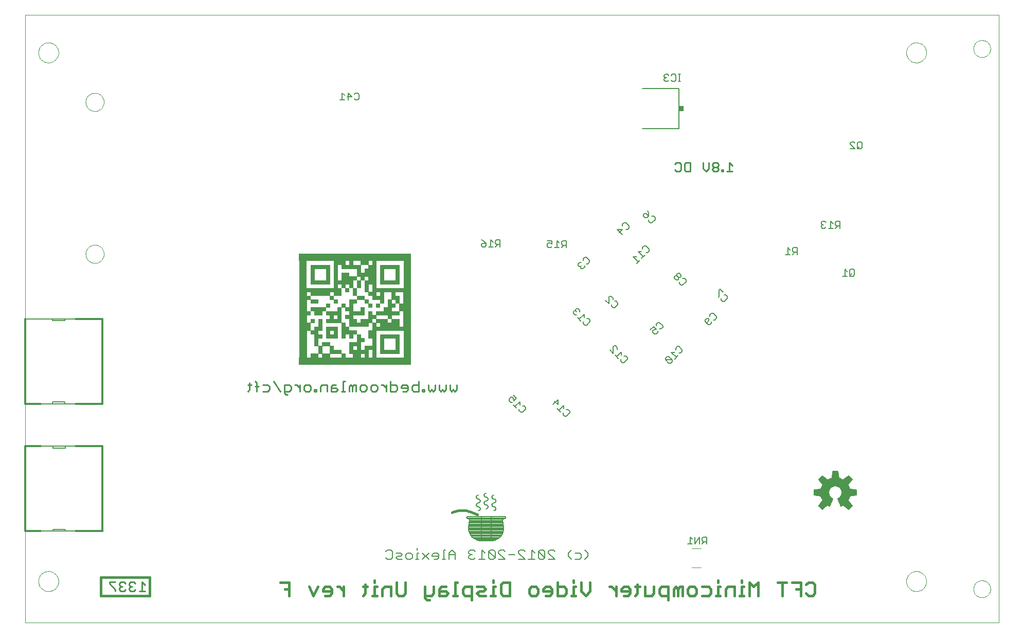
<source format=gbo>
G75*
G70*
%OFA0B0*%
%FSLAX24Y24*%
%IPPOS*%
%LPD*%
%AMOC8*
5,1,8,0,0,1.08239X$1,22.5*
%
%ADD10C,0.0110*%
%ADD11C,0.0070*%
%ADD12C,0.0160*%
%ADD13C,0.0150*%
%ADD14C,0.0120*%
%ADD15C,0.0100*%
%ADD16C,0.0050*%
%ADD17C,0.0000*%
%ADD18C,0.0080*%
%ADD19R,0.0300X0.0340*%
%ADD20C,0.0040*%
%ADD21R,0.0250X0.0250*%
%ADD22R,0.1250X0.0250*%
%ADD23R,0.0250X0.0750*%
%ADD24R,0.0500X0.6250*%
%ADD25R,0.7250X0.0500*%
%ADD26C,0.0059*%
D10*
X010687Y009475D02*
X010687Y009573D01*
X010294Y009967D01*
X010294Y010065D01*
X010687Y010065D01*
X010938Y009967D02*
X010938Y009868D01*
X011037Y009770D01*
X010938Y009671D01*
X010938Y009573D01*
X011037Y009475D01*
X011234Y009475D01*
X011332Y009573D01*
X011583Y009573D02*
X011681Y009475D01*
X011878Y009475D01*
X011977Y009573D01*
X012227Y009475D02*
X012621Y009475D01*
X012424Y009475D02*
X012424Y010065D01*
X012621Y009868D01*
X011977Y009967D02*
X011878Y010065D01*
X011681Y010065D01*
X011583Y009967D01*
X011583Y009868D01*
X011681Y009770D01*
X011583Y009671D01*
X011583Y009573D01*
X011681Y009770D02*
X011780Y009770D01*
X011332Y009967D02*
X011234Y010065D01*
X011037Y010065D01*
X010938Y009967D01*
X011037Y009770D02*
X011135Y009770D01*
X021738Y022208D02*
X021629Y022316D01*
X021629Y022858D01*
X021955Y022858D01*
X022063Y022750D01*
X022063Y022533D01*
X021955Y022425D01*
X021629Y022425D01*
X021738Y022208D02*
X021846Y022208D01*
X021363Y022425D02*
X020930Y023075D01*
X020664Y022750D02*
X020664Y022533D01*
X020555Y022425D01*
X020230Y022425D01*
X019855Y022425D02*
X019855Y022967D01*
X019747Y023075D01*
X019747Y022750D02*
X019964Y022750D01*
X020230Y022858D02*
X020555Y022858D01*
X020664Y022750D01*
X019497Y022858D02*
X019281Y022858D01*
X019389Y022967D02*
X019389Y022533D01*
X019281Y022425D01*
X022321Y022858D02*
X022429Y022858D01*
X022646Y022641D01*
X022646Y022425D02*
X022646Y022858D01*
X022912Y022750D02*
X023021Y022858D01*
X023238Y022858D01*
X023346Y022750D01*
X023346Y022533D01*
X023238Y022425D01*
X023021Y022425D01*
X022912Y022533D01*
X022912Y022750D01*
X023588Y022533D02*
X023588Y022425D01*
X023696Y022425D01*
X023696Y022533D01*
X023588Y022533D01*
X023962Y022425D02*
X023962Y022750D01*
X024070Y022858D01*
X024396Y022858D01*
X024396Y022425D01*
X024662Y022425D02*
X024987Y022425D01*
X025095Y022533D01*
X024987Y022641D01*
X024662Y022641D01*
X024662Y022750D02*
X024662Y022425D01*
X024662Y022750D02*
X024770Y022858D01*
X024987Y022858D01*
X025454Y023075D02*
X025454Y022425D01*
X025562Y022425D02*
X025345Y022425D01*
X025828Y022425D02*
X025828Y022750D01*
X025936Y022858D01*
X026045Y022750D01*
X026045Y022425D01*
X026262Y022425D02*
X026262Y022858D01*
X026153Y022858D01*
X026045Y022750D01*
X026528Y022750D02*
X026636Y022858D01*
X026853Y022858D01*
X026961Y022750D01*
X026961Y022533D01*
X026853Y022425D01*
X026636Y022425D01*
X026528Y022533D01*
X026528Y022750D01*
X027228Y022750D02*
X027336Y022858D01*
X027553Y022858D01*
X027661Y022750D01*
X027661Y022533D01*
X027553Y022425D01*
X027336Y022425D01*
X027228Y022533D01*
X027228Y022750D01*
X027919Y022858D02*
X028028Y022858D01*
X028244Y022641D01*
X028244Y022425D02*
X028244Y022858D01*
X028510Y022858D02*
X028836Y022858D01*
X028944Y022750D01*
X028944Y022533D01*
X028836Y022425D01*
X028510Y022425D01*
X028510Y023075D01*
X029210Y022750D02*
X029210Y022641D01*
X029644Y022641D01*
X029644Y022533D02*
X029644Y022750D01*
X029536Y022858D01*
X029319Y022858D01*
X029210Y022750D01*
X029319Y022425D02*
X029536Y022425D01*
X029644Y022533D01*
X029910Y022533D02*
X029910Y022750D01*
X030018Y022858D01*
X030344Y022858D01*
X030344Y023075D02*
X030344Y022425D01*
X030018Y022425D01*
X029910Y022533D01*
X030585Y022533D02*
X030585Y022425D01*
X030694Y022425D01*
X030694Y022533D01*
X030585Y022533D01*
X030960Y022533D02*
X030960Y022858D01*
X030960Y022533D02*
X031068Y022425D01*
X031176Y022533D01*
X031285Y022425D01*
X031393Y022533D01*
X031393Y022858D01*
X031659Y022858D02*
X031659Y022533D01*
X031768Y022425D01*
X031876Y022533D01*
X031985Y022425D01*
X032093Y022533D01*
X032093Y022858D01*
X032359Y022858D02*
X032359Y022533D01*
X032468Y022425D01*
X032576Y022533D01*
X032684Y022425D01*
X032793Y022533D01*
X032793Y022858D01*
X025562Y023075D02*
X025454Y023075D01*
D11*
X028322Y012160D02*
X028532Y012160D01*
X028637Y012055D01*
X028637Y011635D01*
X028532Y011530D01*
X028322Y011530D01*
X028217Y011635D01*
X028217Y012055D02*
X028322Y012160D01*
X028861Y011950D02*
X029177Y011950D01*
X029282Y011845D01*
X029177Y011740D01*
X028966Y011740D01*
X028861Y011635D01*
X028966Y011530D01*
X029282Y011530D01*
X029506Y011635D02*
X029506Y011845D01*
X029611Y011950D01*
X029821Y011950D01*
X029926Y011845D01*
X029926Y011635D01*
X029821Y011530D01*
X029611Y011530D01*
X029506Y011635D01*
X030146Y011530D02*
X030356Y011530D01*
X030251Y011530D02*
X030251Y011950D01*
X030356Y011950D01*
X030580Y011950D02*
X031000Y011530D01*
X031225Y011740D02*
X031645Y011740D01*
X031645Y011845D02*
X031540Y011950D01*
X031330Y011950D01*
X031225Y011845D01*
X031225Y011740D01*
X031330Y011530D02*
X031540Y011530D01*
X031645Y011635D01*
X031645Y011845D01*
X031864Y011530D02*
X032075Y011530D01*
X031970Y011530D02*
X031970Y012160D01*
X032075Y012160D01*
X032299Y011950D02*
X032299Y011530D01*
X032299Y011845D02*
X032719Y011845D01*
X032719Y011950D02*
X032719Y011530D01*
X032719Y011950D02*
X032509Y012160D01*
X032299Y011950D01*
X033588Y011950D02*
X033693Y011845D01*
X033588Y011740D01*
X033588Y011635D01*
X033693Y011530D01*
X033903Y011530D01*
X034008Y011635D01*
X034232Y011530D02*
X034653Y011530D01*
X034443Y011530D02*
X034443Y012160D01*
X034653Y011950D01*
X034877Y012055D02*
X035297Y011635D01*
X035192Y011530D01*
X034982Y011530D01*
X034877Y011635D01*
X034877Y012055D01*
X034982Y012160D01*
X035192Y012160D01*
X035297Y012055D01*
X035297Y011635D01*
X035521Y011530D02*
X035942Y011530D01*
X035521Y011950D01*
X035521Y012055D01*
X035627Y012160D01*
X035837Y012160D01*
X035942Y012055D01*
X036166Y011845D02*
X036586Y011845D01*
X036811Y011950D02*
X036811Y012055D01*
X036916Y012160D01*
X037126Y012160D01*
X037231Y012055D01*
X036811Y011950D02*
X037231Y011530D01*
X036811Y011530D01*
X037455Y011530D02*
X037875Y011530D01*
X037665Y011530D02*
X037665Y012160D01*
X037875Y011950D01*
X038100Y012055D02*
X038520Y011635D01*
X038415Y011530D01*
X038205Y011530D01*
X038100Y011635D01*
X038100Y012055D01*
X038205Y012160D01*
X038415Y012160D01*
X038520Y012055D01*
X038520Y011635D01*
X038744Y011530D02*
X039164Y011530D01*
X038744Y011950D01*
X038744Y012055D01*
X038849Y012160D01*
X039059Y012160D01*
X039164Y012055D01*
X040029Y011950D02*
X040029Y011740D01*
X040239Y011530D01*
X040463Y011530D02*
X040778Y011530D01*
X040883Y011635D01*
X040883Y011845D01*
X040778Y011950D01*
X040463Y011950D01*
X040239Y012160D02*
X040029Y011950D01*
X041103Y012160D02*
X041313Y011950D01*
X041313Y011740D01*
X041103Y011530D01*
X034008Y012055D02*
X033903Y012160D01*
X033693Y012160D01*
X033588Y012055D01*
X033588Y011950D01*
X033693Y011845D02*
X033798Y011845D01*
X031000Y011950D02*
X030580Y011530D01*
X030251Y012160D02*
X030251Y012265D01*
D12*
X032508Y014573D02*
X032574Y014604D01*
X032642Y014632D01*
X032711Y014656D01*
X032781Y014677D01*
X032852Y014694D01*
X032924Y014707D01*
X032996Y014717D01*
X033069Y014723D01*
X033142Y014725D01*
X033215Y014723D01*
X033288Y014718D01*
X033360Y014709D01*
X033432Y014696D01*
X033503Y014680D01*
X033574Y014660D01*
X033643Y014636D01*
X034147Y014447D01*
X012898Y010370D02*
X012898Y009170D01*
X009748Y009170D01*
X009748Y010370D01*
X012898Y010370D01*
D13*
X021388Y010045D02*
X021955Y010045D01*
X021955Y009195D01*
X021955Y009620D02*
X021672Y009620D01*
X023230Y009762D02*
X023513Y009195D01*
X023797Y009762D01*
X024150Y009620D02*
X024150Y009478D01*
X024718Y009478D01*
X024718Y009336D02*
X024718Y009620D01*
X024576Y009762D01*
X024292Y009762D01*
X024150Y009620D01*
X024292Y009195D02*
X024576Y009195D01*
X024718Y009336D01*
X025059Y009762D02*
X025201Y009762D01*
X025485Y009478D01*
X025485Y009195D02*
X025485Y009762D01*
X026736Y009762D02*
X027019Y009762D01*
X026878Y009903D02*
X026878Y009336D01*
X026736Y009195D01*
X027350Y009195D02*
X027633Y009195D01*
X027491Y009195D02*
X027491Y009762D01*
X027633Y009762D01*
X027491Y010045D02*
X027491Y010187D01*
X027987Y009620D02*
X027987Y009195D01*
X027987Y009620D02*
X028129Y009762D01*
X028554Y009762D01*
X028554Y009195D01*
X028908Y009336D02*
X029049Y009195D01*
X029333Y009195D01*
X029475Y009336D01*
X029475Y010045D01*
X028908Y010045D02*
X028908Y009336D01*
X030749Y009195D02*
X031174Y009195D01*
X031316Y009336D01*
X031316Y009762D01*
X031670Y009620D02*
X031670Y009195D01*
X032095Y009195D01*
X032237Y009336D01*
X032095Y009478D01*
X031670Y009478D01*
X031670Y009620D02*
X031812Y009762D01*
X032095Y009762D01*
X032709Y010045D02*
X032709Y009195D01*
X032851Y009195D02*
X032567Y009195D01*
X033204Y009336D02*
X033346Y009195D01*
X033772Y009195D01*
X033772Y008911D02*
X033772Y009762D01*
X033346Y009762D01*
X033204Y009620D01*
X033204Y009336D01*
X032851Y010045D02*
X032709Y010045D01*
X034125Y009762D02*
X034551Y009762D01*
X034692Y009620D01*
X034551Y009478D01*
X034267Y009478D01*
X034125Y009336D01*
X034267Y009195D01*
X034692Y009195D01*
X035023Y009195D02*
X035306Y009195D01*
X035164Y009195D02*
X035164Y009762D01*
X035306Y009762D01*
X035164Y010045D02*
X035164Y010187D01*
X035660Y009903D02*
X035660Y009336D01*
X035801Y009195D01*
X036227Y009195D01*
X036227Y010045D01*
X035801Y010045D01*
X035660Y009903D01*
X037501Y009620D02*
X037643Y009762D01*
X037927Y009762D01*
X038068Y009620D01*
X038068Y009336D01*
X037927Y009195D01*
X037643Y009195D01*
X037501Y009336D01*
X037501Y009620D01*
X038422Y009620D02*
X038422Y009478D01*
X038989Y009478D01*
X038989Y009336D02*
X038989Y009620D01*
X038847Y009762D01*
X038564Y009762D01*
X038422Y009620D01*
X038564Y009195D02*
X038847Y009195D01*
X038989Y009336D01*
X039343Y009195D02*
X039768Y009195D01*
X039910Y009336D01*
X039910Y009620D01*
X039768Y009762D01*
X039343Y009762D01*
X039343Y010045D02*
X039343Y009195D01*
X040240Y009195D02*
X040524Y009195D01*
X040382Y009195D02*
X040382Y009762D01*
X040524Y009762D01*
X040382Y010045D02*
X040382Y010187D01*
X040877Y010045D02*
X040877Y009478D01*
X041161Y009195D01*
X041444Y009478D01*
X041444Y010045D01*
X042707Y009762D02*
X042849Y009762D01*
X043132Y009478D01*
X043132Y009195D02*
X043132Y009762D01*
X043486Y009620D02*
X043486Y009478D01*
X044053Y009478D01*
X044053Y009336D02*
X044053Y009620D01*
X043911Y009762D01*
X043628Y009762D01*
X043486Y009620D01*
X043628Y009195D02*
X043911Y009195D01*
X044053Y009336D01*
X044383Y009195D02*
X044525Y009336D01*
X044525Y009903D01*
X044667Y009762D02*
X044383Y009762D01*
X045021Y009762D02*
X045021Y009195D01*
X045446Y009195D01*
X045588Y009336D01*
X045588Y009762D01*
X045941Y009620D02*
X045941Y009336D01*
X046083Y009195D01*
X046509Y009195D01*
X046509Y008911D02*
X046509Y009762D01*
X046083Y009762D01*
X045941Y009620D01*
X046862Y009620D02*
X046862Y009195D01*
X047146Y009195D02*
X047146Y009620D01*
X047004Y009762D01*
X046862Y009620D01*
X047146Y009620D02*
X047287Y009762D01*
X047429Y009762D01*
X047429Y009195D01*
X047783Y009336D02*
X047783Y009620D01*
X047925Y009762D01*
X048208Y009762D01*
X048350Y009620D01*
X048350Y009336D01*
X048208Y009195D01*
X047925Y009195D01*
X047783Y009336D01*
X048704Y009195D02*
X049129Y009195D01*
X049271Y009336D01*
X049271Y009620D01*
X049129Y009762D01*
X048704Y009762D01*
X049743Y009762D02*
X049743Y009195D01*
X049885Y009195D02*
X049601Y009195D01*
X049743Y009762D02*
X049885Y009762D01*
X049743Y010045D02*
X049743Y010187D01*
X050238Y009620D02*
X050238Y009195D01*
X050238Y009620D02*
X050380Y009762D01*
X050805Y009762D01*
X050805Y009195D01*
X051136Y009195D02*
X051419Y009195D01*
X051277Y009195D02*
X051277Y009762D01*
X051419Y009762D01*
X051277Y010045D02*
X051277Y010187D01*
X051773Y010045D02*
X051773Y009195D01*
X052340Y009195D02*
X052340Y010045D01*
X052056Y009762D01*
X051773Y010045D01*
X053614Y010045D02*
X054181Y010045D01*
X053898Y010045D02*
X053898Y009195D01*
X054819Y009620D02*
X055102Y009620D01*
X055102Y010045D02*
X054535Y010045D01*
X055102Y010045D02*
X055102Y009195D01*
X055456Y009336D02*
X055598Y009195D01*
X055881Y009195D01*
X056023Y009336D01*
X056023Y009903D01*
X055881Y010045D01*
X055598Y010045D01*
X055456Y009903D01*
X031033Y008911D02*
X030891Y008911D01*
X030749Y009053D01*
X030749Y009762D01*
D14*
X009848Y013370D02*
X008098Y013370D01*
X009848Y013370D02*
X009848Y018870D01*
X008098Y018870D01*
X005848Y018870D02*
X004848Y018870D01*
X004848Y013370D01*
X005848Y013370D01*
X005848Y021620D02*
X004848Y021620D01*
X004848Y027120D01*
X008098Y027120D02*
X009848Y027120D01*
X009848Y021620D01*
X008098Y021620D01*
D15*
X046957Y036763D02*
X047050Y036670D01*
X047237Y036670D01*
X047330Y036763D01*
X047330Y037137D01*
X047237Y037230D01*
X047050Y037230D01*
X046957Y037137D01*
X047565Y037137D02*
X047565Y036763D01*
X047658Y036670D01*
X047938Y036670D01*
X047938Y037230D01*
X047658Y037230D01*
X047565Y037137D01*
X048780Y037230D02*
X048780Y036856D01*
X048967Y036670D01*
X049154Y036856D01*
X049154Y037230D01*
X049388Y037137D02*
X049388Y037043D01*
X049481Y036950D01*
X049668Y036950D01*
X049761Y037043D01*
X049761Y037137D01*
X049668Y037230D01*
X049481Y037230D01*
X049388Y037137D01*
X049481Y036950D02*
X049388Y036856D01*
X049388Y036763D01*
X049481Y036670D01*
X049668Y036670D01*
X049761Y036763D01*
X049761Y036856D01*
X049668Y036950D01*
X049972Y036763D02*
X049972Y036670D01*
X050065Y036670D01*
X050065Y036763D01*
X049972Y036763D01*
X050299Y036670D02*
X050673Y036670D01*
X050486Y036670D02*
X050486Y037230D01*
X050673Y037043D01*
D16*
X045668Y033664D02*
X045668Y033557D01*
X045456Y033345D01*
X045350Y033345D01*
X045244Y033451D01*
X045243Y033557D01*
X045130Y033671D02*
X045024Y033671D01*
X044918Y033777D01*
X044918Y033883D01*
X044971Y033936D01*
X045077Y033936D01*
X045236Y033777D01*
X045130Y033671D01*
X045236Y033777D02*
X045236Y033989D01*
X045183Y034148D01*
X045456Y033770D02*
X045562Y033770D01*
X045668Y033664D01*
X043971Y033132D02*
X043971Y033026D01*
X043865Y032919D01*
X043759Y032919D01*
X043539Y032912D02*
X043327Y032700D01*
X043221Y032912D02*
X043539Y032912D01*
X043546Y033132D02*
X043546Y033238D01*
X043653Y033344D01*
X043759Y033344D01*
X043971Y033132D01*
X043539Y032594D02*
X043221Y032912D01*
X044577Y031462D02*
X044896Y031144D01*
X045002Y031250D02*
X044790Y031038D01*
X044676Y030924D02*
X044464Y030712D01*
X044570Y030818D02*
X044252Y031137D01*
X044464Y031137D01*
X044577Y031462D02*
X044790Y031462D01*
X044850Y031629D02*
X044850Y031735D01*
X044956Y031841D01*
X045062Y031841D01*
X045274Y031629D01*
X045274Y031522D01*
X045168Y031416D01*
X045062Y031416D01*
X046921Y029850D02*
X046921Y029744D01*
X047027Y029638D01*
X047133Y029638D01*
X047186Y029691D01*
X047186Y029797D01*
X047080Y029903D01*
X046974Y029903D01*
X046921Y029850D01*
X047080Y029903D02*
X047080Y030009D01*
X047133Y030062D01*
X047239Y030062D01*
X047345Y029956D01*
X047345Y029850D01*
X047292Y029797D01*
X047186Y029797D01*
X047458Y029737D02*
X047565Y029737D01*
X047671Y029631D01*
X047671Y029524D01*
X047458Y029312D01*
X047352Y029312D01*
X047246Y029418D01*
X047246Y029524D01*
X049816Y028996D02*
X049816Y028571D01*
X049763Y028518D01*
X049929Y028458D02*
X049929Y028352D01*
X050035Y028246D01*
X050141Y028246D01*
X050354Y028458D01*
X050354Y028564D01*
X050248Y028670D01*
X050141Y028671D01*
X050081Y028837D02*
X049869Y029049D01*
X049816Y028996D01*
X049431Y027483D02*
X049643Y027270D01*
X049643Y027164D01*
X049537Y027058D01*
X049431Y027058D01*
X049318Y026945D02*
X049318Y026839D01*
X049211Y026733D01*
X049105Y026732D01*
X048893Y026945D01*
X048893Y027051D01*
X048999Y027157D01*
X049105Y027157D01*
X049158Y027104D01*
X049158Y026998D01*
X048999Y026839D01*
X049218Y027270D02*
X049218Y027376D01*
X049325Y027483D01*
X049431Y027483D01*
X047206Y025331D02*
X047418Y025119D01*
X047418Y025012D01*
X047312Y024906D01*
X047206Y024906D01*
X047146Y024740D02*
X046933Y024528D01*
X047040Y024634D02*
X046721Y024952D01*
X046933Y024952D01*
X046994Y025119D02*
X046994Y025225D01*
X047100Y025331D01*
X047206Y025331D01*
X046555Y024680D02*
X046449Y024680D01*
X046343Y024574D01*
X046342Y024468D01*
X046767Y024467D01*
X046767Y024361D01*
X046661Y024255D01*
X046555Y024255D01*
X046342Y024468D01*
X046555Y024680D02*
X046767Y024467D01*
X045729Y026141D02*
X045835Y026247D01*
X045835Y026353D01*
X045729Y026459D02*
X045569Y026406D01*
X045516Y026353D01*
X045516Y026247D01*
X045622Y026141D01*
X045729Y026141D01*
X045729Y026459D02*
X045569Y026618D01*
X045357Y026406D01*
X045736Y026678D02*
X045736Y026785D01*
X045842Y026891D01*
X045948Y026891D01*
X046160Y026678D01*
X046160Y026572D01*
X046054Y026466D01*
X045948Y026466D01*
X043870Y024605D02*
X043870Y024499D01*
X043658Y024287D01*
X043552Y024287D01*
X043445Y024393D01*
X043445Y024499D01*
X043279Y024559D02*
X043067Y024771D01*
X043173Y024665D02*
X043491Y024984D01*
X043491Y024771D01*
X043658Y024711D02*
X043764Y024711D01*
X043870Y024605D01*
X043219Y025150D02*
X043219Y025256D01*
X043113Y025362D01*
X043007Y025362D01*
X042954Y025309D01*
X042954Y024885D01*
X042741Y025097D01*
X041226Y026719D02*
X041120Y026719D01*
X041013Y026825D01*
X041013Y026931D01*
X040847Y026991D02*
X040635Y027203D01*
X040741Y027097D02*
X041059Y027416D01*
X041059Y027203D01*
X041226Y027143D02*
X041332Y027143D01*
X041438Y027037D01*
X041438Y026931D01*
X041226Y026719D01*
X040575Y027370D02*
X040469Y027370D01*
X040362Y027476D01*
X040362Y027582D01*
X040415Y027635D01*
X040522Y027635D01*
X040575Y027582D01*
X040522Y027635D02*
X040522Y027741D01*
X040575Y027794D01*
X040681Y027794D01*
X040787Y027688D01*
X040787Y027582D01*
X042452Y028327D02*
X042664Y028115D01*
X042664Y028540D01*
X042717Y028593D01*
X042823Y028593D01*
X042929Y028487D01*
X042929Y028380D01*
X043043Y028267D02*
X043149Y028267D01*
X043255Y028161D01*
X043255Y028055D01*
X043042Y027843D01*
X042936Y027843D01*
X042830Y027949D01*
X042830Y028055D01*
X040991Y030369D02*
X041097Y030475D01*
X041097Y030581D01*
X041210Y030694D02*
X041317Y030695D01*
X041423Y030801D01*
X041423Y030907D01*
X041210Y031119D01*
X041104Y031119D01*
X040998Y031013D01*
X040998Y030907D01*
X040885Y030794D02*
X040779Y030794D01*
X040673Y030687D01*
X040673Y030581D01*
X040726Y030528D01*
X040832Y030528D01*
X040832Y030422D01*
X040885Y030369D01*
X040991Y030369D01*
X040832Y030528D02*
X040885Y030581D01*
X039904Y031745D02*
X039904Y032195D01*
X039679Y032195D01*
X039604Y032120D01*
X039604Y031970D01*
X039679Y031895D01*
X039904Y031895D01*
X039754Y031895D02*
X039604Y031745D01*
X039444Y031745D02*
X039143Y031745D01*
X039294Y031745D02*
X039294Y032195D01*
X039444Y032045D01*
X038983Y031970D02*
X038833Y032045D01*
X038758Y032045D01*
X038683Y031970D01*
X038683Y031820D01*
X038758Y031745D01*
X038908Y031745D01*
X038983Y031820D01*
X038983Y031970D02*
X038983Y032195D01*
X038683Y032195D01*
X035623Y032245D02*
X035623Y031795D01*
X035623Y031945D02*
X035398Y031945D01*
X035323Y032020D01*
X035323Y032170D01*
X035398Y032245D01*
X035623Y032245D01*
X035473Y031945D02*
X035323Y031795D01*
X035163Y031795D02*
X034862Y031795D01*
X035012Y031795D02*
X035012Y032245D01*
X035163Y032095D01*
X034702Y032020D02*
X034702Y031870D01*
X034627Y031795D01*
X034477Y031795D01*
X034402Y031870D01*
X034402Y031945D01*
X034477Y032020D01*
X034702Y032020D01*
X034552Y032170D01*
X034402Y032245D01*
X026385Y041300D02*
X026235Y041300D01*
X026160Y041375D01*
X026000Y041525D02*
X025700Y041525D01*
X025540Y041600D02*
X025389Y041750D01*
X025389Y041300D01*
X025239Y041300D02*
X025540Y041300D01*
X025775Y041300D02*
X025775Y041750D01*
X026000Y041525D01*
X026160Y041675D02*
X026235Y041750D01*
X026385Y041750D01*
X026460Y041675D01*
X026460Y041375D01*
X026385Y041300D01*
X009872Y027125D02*
X007412Y027125D01*
X007412Y027007D01*
X006624Y027007D01*
X006624Y027125D01*
X004853Y027125D01*
X006624Y027125D02*
X007412Y027125D01*
X007412Y021732D02*
X006624Y021732D01*
X006624Y021614D01*
X009892Y021614D01*
X007412Y021633D02*
X007412Y021732D01*
X006624Y021614D02*
X004853Y021614D01*
X004872Y018875D02*
X006644Y018875D01*
X006644Y018757D01*
X007432Y018757D01*
X007432Y018875D01*
X006644Y018875D01*
X007432Y018875D02*
X009892Y018875D01*
X009912Y013364D02*
X006644Y013364D01*
X006644Y013482D01*
X007432Y013482D01*
X007432Y013383D01*
X006644Y013364D02*
X004872Y013364D01*
X034210Y014698D02*
X034231Y014700D01*
X034251Y014705D01*
X034270Y014713D01*
X034287Y014725D01*
X034303Y014739D01*
X034315Y014755D01*
X034325Y014773D01*
X034332Y014793D01*
X034336Y014814D01*
X034336Y014834D01*
X034332Y014855D01*
X034325Y014875D01*
X034315Y014893D01*
X034303Y014909D01*
X034287Y014923D01*
X034270Y014935D01*
X034251Y014943D01*
X034231Y014948D01*
X034210Y014950D01*
X034189Y014952D01*
X034169Y014957D01*
X034150Y014965D01*
X034133Y014977D01*
X034117Y014991D01*
X034105Y015007D01*
X034095Y015025D01*
X034088Y015045D01*
X034084Y015066D01*
X034084Y015086D01*
X034088Y015107D01*
X034095Y015127D01*
X034105Y015145D01*
X034117Y015161D01*
X034133Y015175D01*
X034150Y015187D01*
X034169Y015195D01*
X034189Y015200D01*
X034210Y015202D01*
X034210Y015203D02*
X034231Y015205D01*
X034251Y015210D01*
X034270Y015218D01*
X034287Y015230D01*
X034303Y015244D01*
X034315Y015260D01*
X034325Y015278D01*
X034332Y015298D01*
X034336Y015319D01*
X034336Y015339D01*
X034332Y015360D01*
X034325Y015380D01*
X034315Y015398D01*
X034303Y015414D01*
X034287Y015428D01*
X034270Y015440D01*
X034251Y015448D01*
X034231Y015453D01*
X034210Y015455D01*
X034210Y015454D02*
X034189Y015456D01*
X034169Y015461D01*
X034150Y015469D01*
X034133Y015481D01*
X034117Y015495D01*
X034105Y015511D01*
X034095Y015529D01*
X034088Y015549D01*
X034084Y015570D01*
X034084Y015590D01*
X034088Y015611D01*
X034095Y015631D01*
X034105Y015649D01*
X034117Y015665D01*
X034133Y015679D01*
X034150Y015691D01*
X034169Y015699D01*
X034189Y015704D01*
X034210Y015706D01*
X034714Y015832D02*
X034693Y015830D01*
X034673Y015825D01*
X034654Y015817D01*
X034637Y015805D01*
X034621Y015791D01*
X034609Y015775D01*
X034599Y015757D01*
X034592Y015737D01*
X034588Y015716D01*
X034588Y015696D01*
X034592Y015675D01*
X034599Y015655D01*
X034609Y015637D01*
X034621Y015621D01*
X034637Y015607D01*
X034654Y015595D01*
X034673Y015587D01*
X034693Y015582D01*
X034714Y015580D01*
X034735Y015578D01*
X034755Y015573D01*
X034774Y015565D01*
X034791Y015553D01*
X034807Y015539D01*
X034819Y015523D01*
X034829Y015505D01*
X034836Y015485D01*
X034840Y015464D01*
X034840Y015444D01*
X034836Y015423D01*
X034829Y015403D01*
X034819Y015385D01*
X034807Y015369D01*
X034791Y015355D01*
X034774Y015343D01*
X034755Y015335D01*
X034735Y015330D01*
X034714Y015328D01*
X034693Y015326D01*
X034673Y015321D01*
X034654Y015313D01*
X034637Y015301D01*
X034621Y015287D01*
X034609Y015271D01*
X034599Y015253D01*
X034592Y015233D01*
X034588Y015212D01*
X034588Y015192D01*
X034592Y015171D01*
X034599Y015151D01*
X034609Y015133D01*
X034621Y015117D01*
X034637Y015103D01*
X034654Y015091D01*
X034673Y015083D01*
X034693Y015078D01*
X034714Y015076D01*
X034735Y015074D01*
X034755Y015069D01*
X034774Y015061D01*
X034791Y015049D01*
X034807Y015035D01*
X034819Y015019D01*
X034829Y015001D01*
X034836Y014981D01*
X034840Y014960D01*
X034840Y014940D01*
X034836Y014919D01*
X034829Y014899D01*
X034819Y014881D01*
X034807Y014865D01*
X034791Y014851D01*
X034774Y014839D01*
X034755Y014831D01*
X034735Y014826D01*
X034714Y014824D01*
X035218Y014698D02*
X035239Y014700D01*
X035259Y014705D01*
X035278Y014713D01*
X035295Y014725D01*
X035311Y014739D01*
X035323Y014755D01*
X035333Y014773D01*
X035340Y014793D01*
X035344Y014814D01*
X035344Y014834D01*
X035340Y014855D01*
X035333Y014875D01*
X035323Y014893D01*
X035311Y014909D01*
X035295Y014923D01*
X035278Y014935D01*
X035259Y014943D01*
X035239Y014948D01*
X035218Y014950D01*
X035197Y014952D01*
X035177Y014957D01*
X035158Y014965D01*
X035141Y014977D01*
X035125Y014991D01*
X035113Y015007D01*
X035103Y015025D01*
X035096Y015045D01*
X035092Y015066D01*
X035092Y015086D01*
X035096Y015107D01*
X035103Y015127D01*
X035113Y015145D01*
X035125Y015161D01*
X035141Y015175D01*
X035158Y015187D01*
X035177Y015195D01*
X035197Y015200D01*
X035218Y015202D01*
X035218Y015203D02*
X035239Y015205D01*
X035259Y015210D01*
X035278Y015218D01*
X035295Y015230D01*
X035311Y015244D01*
X035323Y015260D01*
X035333Y015278D01*
X035340Y015298D01*
X035344Y015319D01*
X035344Y015339D01*
X035340Y015360D01*
X035333Y015380D01*
X035323Y015398D01*
X035311Y015414D01*
X035295Y015428D01*
X035278Y015440D01*
X035259Y015448D01*
X035239Y015453D01*
X035218Y015455D01*
X035218Y015454D02*
X035197Y015456D01*
X035177Y015461D01*
X035158Y015469D01*
X035141Y015481D01*
X035125Y015495D01*
X035113Y015511D01*
X035103Y015529D01*
X035096Y015549D01*
X035092Y015570D01*
X035092Y015590D01*
X035096Y015611D01*
X035103Y015631D01*
X035113Y015649D01*
X035125Y015665D01*
X035141Y015679D01*
X035158Y015691D01*
X035177Y015699D01*
X035197Y015704D01*
X035218Y015706D01*
X035029Y014321D02*
X035911Y014321D01*
X035974Y014258D02*
X035972Y014244D01*
X035968Y014231D01*
X035960Y014219D01*
X035950Y014209D01*
X035938Y014201D01*
X035925Y014197D01*
X035911Y014195D01*
X035974Y014258D02*
X035972Y014272D01*
X035968Y014285D01*
X035960Y014297D01*
X035950Y014307D01*
X035938Y014315D01*
X035925Y014319D01*
X035911Y014321D01*
X035911Y014195D02*
X035891Y014193D01*
X035872Y014189D01*
X035854Y014181D01*
X035837Y014171D01*
X035822Y014158D01*
X035809Y014143D01*
X035799Y014126D01*
X035791Y014108D01*
X035787Y014089D01*
X035785Y014069D01*
X035785Y014069D01*
X035848Y013627D01*
X035848Y013564D01*
X035846Y013508D01*
X035840Y013452D01*
X035831Y013397D01*
X035818Y013343D01*
X035801Y013290D01*
X035780Y013238D01*
X035756Y013187D01*
X035729Y013138D01*
X035698Y013092D01*
X035664Y013047D01*
X035628Y013005D01*
X035588Y012965D01*
X035546Y012929D01*
X035501Y012895D01*
X035455Y012864D01*
X035406Y012837D01*
X035355Y012813D01*
X035303Y012792D01*
X035250Y012775D01*
X035196Y012762D01*
X035141Y012753D01*
X035085Y012747D01*
X035029Y012745D01*
X035029Y012746D02*
X035029Y014321D01*
X036962Y021062D02*
X036856Y021168D01*
X036856Y021274D01*
X036689Y021335D02*
X036477Y021547D01*
X036583Y021441D02*
X036902Y021759D01*
X036902Y021547D01*
X037068Y021487D02*
X037174Y021487D01*
X037280Y021381D01*
X037280Y021274D01*
X037068Y021062D01*
X036962Y021062D01*
X036417Y021713D02*
X036311Y021713D01*
X036205Y021819D01*
X036205Y021926D01*
X036311Y022032D01*
X036417Y022032D01*
X036470Y021979D01*
X036523Y021819D01*
X036682Y021979D01*
X036470Y022191D01*
X039051Y021577D02*
X039369Y021895D01*
X039369Y021577D01*
X039157Y021789D01*
X039323Y021305D02*
X039536Y021092D01*
X039429Y021198D02*
X039748Y021517D01*
X039748Y021305D01*
X039914Y021244D02*
X040020Y021244D01*
X040126Y021138D01*
X040126Y021032D01*
X039914Y020820D01*
X039808Y020820D01*
X039702Y020926D01*
X039702Y021032D01*
X047933Y012995D02*
X047933Y012545D01*
X048083Y012545D02*
X047783Y012545D01*
X048083Y012845D02*
X047933Y012995D01*
X048243Y012995D02*
X048243Y012545D01*
X048544Y012995D01*
X048544Y012545D01*
X048704Y012545D02*
X048854Y012695D01*
X048779Y012695D02*
X049004Y012695D01*
X049004Y012545D02*
X049004Y012995D01*
X048779Y012995D01*
X048704Y012920D01*
X048704Y012770D01*
X048779Y012695D01*
X057812Y029895D02*
X058113Y029895D01*
X057962Y029895D02*
X057962Y030345D01*
X058113Y030195D01*
X058273Y030270D02*
X058273Y029970D01*
X058348Y029895D01*
X058498Y029895D01*
X058573Y029970D01*
X058573Y030270D01*
X058498Y030345D01*
X058348Y030345D01*
X058273Y030270D01*
X058423Y030045D02*
X058273Y029895D01*
X057654Y032995D02*
X057654Y033445D01*
X057429Y033445D01*
X057354Y033370D01*
X057354Y033220D01*
X057429Y033145D01*
X057654Y033145D01*
X057504Y033145D02*
X057354Y032995D01*
X057194Y032995D02*
X056893Y032995D01*
X057044Y032995D02*
X057044Y033445D01*
X057194Y033295D01*
X056733Y033370D02*
X056658Y033445D01*
X056508Y033445D01*
X056433Y033370D01*
X056433Y033295D01*
X056508Y033220D01*
X056433Y033145D01*
X056433Y033070D01*
X056508Y032995D01*
X056658Y032995D01*
X056733Y033070D01*
X056583Y033220D02*
X056508Y033220D01*
X054873Y031745D02*
X054648Y031745D01*
X054573Y031670D01*
X054573Y031520D01*
X054648Y031445D01*
X054873Y031445D01*
X054723Y031445D02*
X054573Y031295D01*
X054413Y031295D02*
X054112Y031295D01*
X054262Y031295D02*
X054262Y031745D01*
X054413Y031595D01*
X054873Y031745D02*
X054873Y031295D01*
X058312Y038145D02*
X058613Y038145D01*
X058312Y038445D01*
X058312Y038520D01*
X058387Y038595D01*
X058537Y038595D01*
X058613Y038520D01*
X058773Y038520D02*
X058773Y038220D01*
X058848Y038145D01*
X058998Y038145D01*
X059073Y038220D01*
X059073Y038520D01*
X058998Y038595D01*
X058848Y038595D01*
X058773Y038520D01*
X058923Y038295D02*
X058773Y038145D01*
X047323Y042520D02*
X047173Y042520D01*
X047248Y042520D02*
X047248Y042970D01*
X047323Y042970D02*
X047173Y042970D01*
X047016Y042895D02*
X047016Y042595D01*
X046941Y042520D01*
X046791Y042520D01*
X046716Y042595D01*
X046556Y042595D02*
X046481Y042520D01*
X046330Y042520D01*
X046255Y042595D01*
X046255Y042670D01*
X046330Y042745D01*
X046406Y042745D01*
X046330Y042745D02*
X046255Y042820D01*
X046255Y042895D01*
X046330Y042970D01*
X046481Y042970D01*
X046556Y042895D01*
X046716Y042895D02*
X046791Y042970D01*
X046941Y042970D01*
X047016Y042895D01*
D17*
X004848Y046810D02*
X004848Y007430D01*
X067948Y007430D01*
X067948Y046810D01*
X004848Y046810D01*
X005698Y044370D02*
X005700Y044420D01*
X005706Y044470D01*
X005716Y044520D01*
X005729Y044568D01*
X005746Y044616D01*
X005767Y044662D01*
X005791Y044706D01*
X005819Y044748D01*
X005850Y044788D01*
X005884Y044825D01*
X005921Y044860D01*
X005960Y044891D01*
X006001Y044920D01*
X006045Y044945D01*
X006091Y044967D01*
X006138Y044985D01*
X006186Y044999D01*
X006235Y045010D01*
X006285Y045017D01*
X006335Y045020D01*
X006386Y045019D01*
X006436Y045014D01*
X006486Y045005D01*
X006534Y044993D01*
X006582Y044976D01*
X006628Y044956D01*
X006673Y044933D01*
X006716Y044906D01*
X006756Y044876D01*
X006794Y044843D01*
X006829Y044807D01*
X006862Y044768D01*
X006891Y044727D01*
X006917Y044684D01*
X006940Y044639D01*
X006959Y044592D01*
X006974Y044544D01*
X006986Y044495D01*
X006994Y044445D01*
X006998Y044395D01*
X006998Y044345D01*
X006994Y044295D01*
X006986Y044245D01*
X006974Y044196D01*
X006959Y044148D01*
X006940Y044101D01*
X006917Y044056D01*
X006891Y044013D01*
X006862Y043972D01*
X006829Y043933D01*
X006794Y043897D01*
X006756Y043864D01*
X006716Y043834D01*
X006673Y043807D01*
X006628Y043784D01*
X006582Y043764D01*
X006534Y043747D01*
X006486Y043735D01*
X006436Y043726D01*
X006386Y043721D01*
X006335Y043720D01*
X006285Y043723D01*
X006235Y043730D01*
X006186Y043741D01*
X006138Y043755D01*
X006091Y043773D01*
X006045Y043795D01*
X006001Y043820D01*
X005960Y043849D01*
X005921Y043880D01*
X005884Y043915D01*
X005850Y043952D01*
X005819Y043992D01*
X005791Y044034D01*
X005767Y044078D01*
X005746Y044124D01*
X005729Y044172D01*
X005716Y044220D01*
X005706Y044270D01*
X005700Y044320D01*
X005698Y044370D01*
X008757Y041166D02*
X008759Y041214D01*
X008765Y041262D01*
X008775Y041309D01*
X008788Y041355D01*
X008806Y041400D01*
X008826Y041444D01*
X008851Y041486D01*
X008879Y041525D01*
X008909Y041562D01*
X008943Y041596D01*
X008980Y041628D01*
X009018Y041657D01*
X009059Y041682D01*
X009102Y041704D01*
X009147Y041722D01*
X009193Y041736D01*
X009240Y041747D01*
X009288Y041754D01*
X009336Y041757D01*
X009384Y041756D01*
X009432Y041751D01*
X009480Y041742D01*
X009526Y041730D01*
X009571Y041713D01*
X009615Y041693D01*
X009657Y041670D01*
X009697Y041643D01*
X009735Y041613D01*
X009770Y041580D01*
X009802Y041544D01*
X009832Y041506D01*
X009858Y041465D01*
X009880Y041422D01*
X009900Y041378D01*
X009915Y041333D01*
X009927Y041286D01*
X009935Y041238D01*
X009939Y041190D01*
X009939Y041142D01*
X009935Y041094D01*
X009927Y041046D01*
X009915Y040999D01*
X009900Y040954D01*
X009880Y040910D01*
X009858Y040867D01*
X009832Y040826D01*
X009802Y040788D01*
X009770Y040752D01*
X009735Y040719D01*
X009697Y040689D01*
X009657Y040662D01*
X009615Y040639D01*
X009571Y040619D01*
X009526Y040602D01*
X009480Y040590D01*
X009432Y040581D01*
X009384Y040576D01*
X009336Y040575D01*
X009288Y040578D01*
X009240Y040585D01*
X009193Y040596D01*
X009147Y040610D01*
X009102Y040628D01*
X009059Y040650D01*
X009018Y040675D01*
X008980Y040704D01*
X008943Y040736D01*
X008909Y040770D01*
X008879Y040807D01*
X008851Y040846D01*
X008826Y040888D01*
X008806Y040932D01*
X008788Y040977D01*
X008775Y041023D01*
X008765Y041070D01*
X008759Y041118D01*
X008757Y041166D01*
X008757Y031323D02*
X008759Y031371D01*
X008765Y031419D01*
X008775Y031466D01*
X008788Y031512D01*
X008806Y031557D01*
X008826Y031601D01*
X008851Y031643D01*
X008879Y031682D01*
X008909Y031719D01*
X008943Y031753D01*
X008980Y031785D01*
X009018Y031814D01*
X009059Y031839D01*
X009102Y031861D01*
X009147Y031879D01*
X009193Y031893D01*
X009240Y031904D01*
X009288Y031911D01*
X009336Y031914D01*
X009384Y031913D01*
X009432Y031908D01*
X009480Y031899D01*
X009526Y031887D01*
X009571Y031870D01*
X009615Y031850D01*
X009657Y031827D01*
X009697Y031800D01*
X009735Y031770D01*
X009770Y031737D01*
X009802Y031701D01*
X009832Y031663D01*
X009858Y031622D01*
X009880Y031579D01*
X009900Y031535D01*
X009915Y031490D01*
X009927Y031443D01*
X009935Y031395D01*
X009939Y031347D01*
X009939Y031299D01*
X009935Y031251D01*
X009927Y031203D01*
X009915Y031156D01*
X009900Y031111D01*
X009880Y031067D01*
X009858Y031024D01*
X009832Y030983D01*
X009802Y030945D01*
X009770Y030909D01*
X009735Y030876D01*
X009697Y030846D01*
X009657Y030819D01*
X009615Y030796D01*
X009571Y030776D01*
X009526Y030759D01*
X009480Y030747D01*
X009432Y030738D01*
X009384Y030733D01*
X009336Y030732D01*
X009288Y030735D01*
X009240Y030742D01*
X009193Y030753D01*
X009147Y030767D01*
X009102Y030785D01*
X009059Y030807D01*
X009018Y030832D01*
X008980Y030861D01*
X008943Y030893D01*
X008909Y030927D01*
X008879Y030964D01*
X008851Y031003D01*
X008826Y031045D01*
X008806Y031089D01*
X008788Y031134D01*
X008775Y031180D01*
X008765Y031227D01*
X008759Y031275D01*
X008757Y031323D01*
X005698Y010120D02*
X005700Y010170D01*
X005706Y010220D01*
X005716Y010270D01*
X005729Y010318D01*
X005746Y010366D01*
X005767Y010412D01*
X005791Y010456D01*
X005819Y010498D01*
X005850Y010538D01*
X005884Y010575D01*
X005921Y010610D01*
X005960Y010641D01*
X006001Y010670D01*
X006045Y010695D01*
X006091Y010717D01*
X006138Y010735D01*
X006186Y010749D01*
X006235Y010760D01*
X006285Y010767D01*
X006335Y010770D01*
X006386Y010769D01*
X006436Y010764D01*
X006486Y010755D01*
X006534Y010743D01*
X006582Y010726D01*
X006628Y010706D01*
X006673Y010683D01*
X006716Y010656D01*
X006756Y010626D01*
X006794Y010593D01*
X006829Y010557D01*
X006862Y010518D01*
X006891Y010477D01*
X006917Y010434D01*
X006940Y010389D01*
X006959Y010342D01*
X006974Y010294D01*
X006986Y010245D01*
X006994Y010195D01*
X006998Y010145D01*
X006998Y010095D01*
X006994Y010045D01*
X006986Y009995D01*
X006974Y009946D01*
X006959Y009898D01*
X006940Y009851D01*
X006917Y009806D01*
X006891Y009763D01*
X006862Y009722D01*
X006829Y009683D01*
X006794Y009647D01*
X006756Y009614D01*
X006716Y009584D01*
X006673Y009557D01*
X006628Y009534D01*
X006582Y009514D01*
X006534Y009497D01*
X006486Y009485D01*
X006436Y009476D01*
X006386Y009471D01*
X006335Y009470D01*
X006285Y009473D01*
X006235Y009480D01*
X006186Y009491D01*
X006138Y009505D01*
X006091Y009523D01*
X006045Y009545D01*
X006001Y009570D01*
X005960Y009599D01*
X005921Y009630D01*
X005884Y009665D01*
X005850Y009702D01*
X005819Y009742D01*
X005791Y009784D01*
X005767Y009828D01*
X005746Y009874D01*
X005729Y009922D01*
X005716Y009970D01*
X005706Y010020D01*
X005700Y010070D01*
X005698Y010120D01*
X061948Y010120D02*
X061950Y010170D01*
X061956Y010220D01*
X061966Y010270D01*
X061979Y010318D01*
X061996Y010366D01*
X062017Y010412D01*
X062041Y010456D01*
X062069Y010498D01*
X062100Y010538D01*
X062134Y010575D01*
X062171Y010610D01*
X062210Y010641D01*
X062251Y010670D01*
X062295Y010695D01*
X062341Y010717D01*
X062388Y010735D01*
X062436Y010749D01*
X062485Y010760D01*
X062535Y010767D01*
X062585Y010770D01*
X062636Y010769D01*
X062686Y010764D01*
X062736Y010755D01*
X062784Y010743D01*
X062832Y010726D01*
X062878Y010706D01*
X062923Y010683D01*
X062966Y010656D01*
X063006Y010626D01*
X063044Y010593D01*
X063079Y010557D01*
X063112Y010518D01*
X063141Y010477D01*
X063167Y010434D01*
X063190Y010389D01*
X063209Y010342D01*
X063224Y010294D01*
X063236Y010245D01*
X063244Y010195D01*
X063248Y010145D01*
X063248Y010095D01*
X063244Y010045D01*
X063236Y009995D01*
X063224Y009946D01*
X063209Y009898D01*
X063190Y009851D01*
X063167Y009806D01*
X063141Y009763D01*
X063112Y009722D01*
X063079Y009683D01*
X063044Y009647D01*
X063006Y009614D01*
X062966Y009584D01*
X062923Y009557D01*
X062878Y009534D01*
X062832Y009514D01*
X062784Y009497D01*
X062736Y009485D01*
X062686Y009476D01*
X062636Y009471D01*
X062585Y009470D01*
X062535Y009473D01*
X062485Y009480D01*
X062436Y009491D01*
X062388Y009505D01*
X062341Y009523D01*
X062295Y009545D01*
X062251Y009570D01*
X062210Y009599D01*
X062171Y009630D01*
X062134Y009665D01*
X062100Y009702D01*
X062069Y009742D01*
X062041Y009784D01*
X062017Y009828D01*
X061996Y009874D01*
X061979Y009922D01*
X061966Y009970D01*
X061956Y010020D01*
X061950Y010070D01*
X061948Y010120D01*
X066298Y009620D02*
X066300Y009667D01*
X066306Y009713D01*
X066316Y009759D01*
X066329Y009803D01*
X066347Y009847D01*
X066368Y009888D01*
X066392Y009928D01*
X066420Y009966D01*
X066451Y010001D01*
X066485Y010033D01*
X066521Y010062D01*
X066560Y010088D01*
X066600Y010111D01*
X066643Y010130D01*
X066687Y010146D01*
X066732Y010158D01*
X066778Y010166D01*
X066825Y010170D01*
X066871Y010170D01*
X066918Y010166D01*
X066964Y010158D01*
X067009Y010146D01*
X067053Y010130D01*
X067096Y010111D01*
X067136Y010088D01*
X067175Y010062D01*
X067211Y010033D01*
X067245Y010001D01*
X067276Y009966D01*
X067304Y009928D01*
X067328Y009888D01*
X067349Y009847D01*
X067367Y009803D01*
X067380Y009759D01*
X067390Y009713D01*
X067396Y009667D01*
X067398Y009620D01*
X067396Y009573D01*
X067390Y009527D01*
X067380Y009481D01*
X067367Y009437D01*
X067349Y009393D01*
X067328Y009352D01*
X067304Y009312D01*
X067276Y009274D01*
X067245Y009239D01*
X067211Y009207D01*
X067175Y009178D01*
X067136Y009152D01*
X067096Y009129D01*
X067053Y009110D01*
X067009Y009094D01*
X066964Y009082D01*
X066918Y009074D01*
X066871Y009070D01*
X066825Y009070D01*
X066778Y009074D01*
X066732Y009082D01*
X066687Y009094D01*
X066643Y009110D01*
X066600Y009129D01*
X066560Y009152D01*
X066521Y009178D01*
X066485Y009207D01*
X066451Y009239D01*
X066420Y009274D01*
X066392Y009312D01*
X066368Y009352D01*
X066347Y009393D01*
X066329Y009437D01*
X066316Y009481D01*
X066306Y009527D01*
X066300Y009573D01*
X066298Y009620D01*
X061948Y044370D02*
X061950Y044420D01*
X061956Y044470D01*
X061966Y044520D01*
X061979Y044568D01*
X061996Y044616D01*
X062017Y044662D01*
X062041Y044706D01*
X062069Y044748D01*
X062100Y044788D01*
X062134Y044825D01*
X062171Y044860D01*
X062210Y044891D01*
X062251Y044920D01*
X062295Y044945D01*
X062341Y044967D01*
X062388Y044985D01*
X062436Y044999D01*
X062485Y045010D01*
X062535Y045017D01*
X062585Y045020D01*
X062636Y045019D01*
X062686Y045014D01*
X062736Y045005D01*
X062784Y044993D01*
X062832Y044976D01*
X062878Y044956D01*
X062923Y044933D01*
X062966Y044906D01*
X063006Y044876D01*
X063044Y044843D01*
X063079Y044807D01*
X063112Y044768D01*
X063141Y044727D01*
X063167Y044684D01*
X063190Y044639D01*
X063209Y044592D01*
X063224Y044544D01*
X063236Y044495D01*
X063244Y044445D01*
X063248Y044395D01*
X063248Y044345D01*
X063244Y044295D01*
X063236Y044245D01*
X063224Y044196D01*
X063209Y044148D01*
X063190Y044101D01*
X063167Y044056D01*
X063141Y044013D01*
X063112Y043972D01*
X063079Y043933D01*
X063044Y043897D01*
X063006Y043864D01*
X062966Y043834D01*
X062923Y043807D01*
X062878Y043784D01*
X062832Y043764D01*
X062784Y043747D01*
X062736Y043735D01*
X062686Y043726D01*
X062636Y043721D01*
X062585Y043720D01*
X062535Y043723D01*
X062485Y043730D01*
X062436Y043741D01*
X062388Y043755D01*
X062341Y043773D01*
X062295Y043795D01*
X062251Y043820D01*
X062210Y043849D01*
X062171Y043880D01*
X062134Y043915D01*
X062100Y043952D01*
X062069Y043992D01*
X062041Y044034D01*
X062017Y044078D01*
X061996Y044124D01*
X061979Y044172D01*
X061966Y044220D01*
X061956Y044270D01*
X061950Y044320D01*
X061948Y044370D01*
X066298Y044620D02*
X066300Y044667D01*
X066306Y044713D01*
X066316Y044759D01*
X066329Y044803D01*
X066347Y044847D01*
X066368Y044888D01*
X066392Y044928D01*
X066420Y044966D01*
X066451Y045001D01*
X066485Y045033D01*
X066521Y045062D01*
X066560Y045088D01*
X066600Y045111D01*
X066643Y045130D01*
X066687Y045146D01*
X066732Y045158D01*
X066778Y045166D01*
X066825Y045170D01*
X066871Y045170D01*
X066918Y045166D01*
X066964Y045158D01*
X067009Y045146D01*
X067053Y045130D01*
X067096Y045111D01*
X067136Y045088D01*
X067175Y045062D01*
X067211Y045033D01*
X067245Y045001D01*
X067276Y044966D01*
X067304Y044928D01*
X067328Y044888D01*
X067349Y044847D01*
X067367Y044803D01*
X067380Y044759D01*
X067390Y044713D01*
X067396Y044667D01*
X067398Y044620D01*
X067396Y044573D01*
X067390Y044527D01*
X067380Y044481D01*
X067367Y044437D01*
X067349Y044393D01*
X067328Y044352D01*
X067304Y044312D01*
X067276Y044274D01*
X067245Y044239D01*
X067211Y044207D01*
X067175Y044178D01*
X067136Y044152D01*
X067096Y044129D01*
X067053Y044110D01*
X067009Y044094D01*
X066964Y044082D01*
X066918Y044074D01*
X066871Y044070D01*
X066825Y044070D01*
X066778Y044074D01*
X066732Y044082D01*
X066687Y044094D01*
X066643Y044110D01*
X066600Y044129D01*
X066560Y044152D01*
X066521Y044178D01*
X066485Y044207D01*
X066451Y044239D01*
X066420Y044274D01*
X066392Y044312D01*
X066368Y044352D01*
X066347Y044393D01*
X066329Y044437D01*
X066316Y044481D01*
X066306Y044527D01*
X066300Y044573D01*
X066298Y044620D01*
D18*
X047198Y042035D02*
X047198Y039454D01*
X044838Y039455D01*
X044838Y042035D02*
X047198Y042035D01*
X035942Y014312D02*
X035927Y014318D01*
X035911Y014321D01*
X035029Y014321D01*
X035029Y012746D01*
X034399Y012746D01*
X034399Y014321D01*
X035029Y014321D01*
X035029Y012746D01*
X035157Y012756D01*
X035282Y012786D01*
X035401Y012835D01*
X035510Y012902D01*
X035608Y012985D01*
X035691Y013083D01*
X035759Y013193D01*
X035808Y013311D01*
X035838Y013436D01*
X035848Y013565D01*
X035848Y013628D01*
X035785Y014069D01*
X035788Y014097D01*
X035797Y014123D01*
X035812Y014147D01*
X035832Y014167D01*
X035856Y014182D01*
X035883Y014191D01*
X035911Y014195D01*
X035927Y014197D01*
X035942Y014203D01*
X035955Y014213D01*
X035965Y014226D01*
X035972Y014241D01*
X035974Y014258D01*
X035972Y014274D01*
X035965Y014289D01*
X035955Y014302D01*
X035942Y014312D01*
X035960Y014296D02*
X035029Y014296D01*
X034399Y014296D01*
X033467Y014296D01*
X033472Y014302D02*
X033462Y014289D01*
X033456Y014274D01*
X033454Y014258D01*
X033456Y014241D01*
X033462Y014226D01*
X033472Y014213D01*
X033485Y014203D01*
X033501Y014197D01*
X033517Y014195D01*
X033545Y014191D01*
X033572Y014182D01*
X033595Y014167D01*
X033615Y014147D01*
X033630Y014123D01*
X033640Y014097D01*
X033643Y014069D01*
X033580Y013628D01*
X033580Y013565D01*
X033590Y013436D01*
X033620Y013311D01*
X033669Y013193D01*
X033736Y013083D01*
X033820Y012985D01*
X033917Y012902D01*
X034027Y012835D01*
X034146Y012786D01*
X034271Y012756D01*
X034399Y012746D01*
X034399Y014321D01*
X033517Y014321D01*
X033501Y014318D01*
X033485Y014312D01*
X033472Y014302D01*
X033469Y014217D02*
X034399Y014217D01*
X035029Y014217D01*
X035959Y014217D01*
X035807Y014139D02*
X035029Y014139D01*
X034399Y014139D01*
X033621Y014139D01*
X033642Y014060D02*
X034399Y014060D01*
X035029Y014060D01*
X035786Y014060D01*
X035797Y013982D02*
X035029Y013982D01*
X034399Y013982D01*
X033630Y013982D01*
X033619Y013903D02*
X034399Y013903D01*
X035029Y013903D01*
X035809Y013903D01*
X035820Y013824D02*
X035029Y013824D01*
X034399Y013824D01*
X033608Y013824D01*
X033597Y013746D02*
X034399Y013746D01*
X035029Y013746D01*
X035831Y013746D01*
X035842Y013667D02*
X035029Y013667D01*
X034399Y013667D01*
X033586Y013667D01*
X033580Y013589D02*
X034399Y013589D01*
X035029Y013589D01*
X035848Y013589D01*
X035844Y013510D02*
X035029Y013510D01*
X034399Y013510D01*
X033584Y013510D01*
X033591Y013432D02*
X034399Y013432D01*
X035029Y013432D01*
X035837Y013432D01*
X035818Y013353D02*
X035029Y013353D01*
X034399Y013353D01*
X033610Y013353D01*
X033635Y013275D02*
X034399Y013275D01*
X035029Y013275D01*
X035793Y013275D01*
X035760Y013196D02*
X035029Y013196D01*
X034399Y013196D01*
X033668Y013196D01*
X033715Y013118D02*
X034399Y013118D01*
X035029Y013118D01*
X035713Y013118D01*
X035654Y013039D02*
X035029Y013039D01*
X034399Y013039D01*
X033774Y013039D01*
X033849Y012960D02*
X034399Y012960D01*
X035029Y012960D01*
X035579Y012960D01*
X035478Y012882D02*
X035029Y012882D01*
X034399Y012882D01*
X033950Y012882D01*
X034103Y012803D02*
X034399Y012803D01*
X035029Y012803D01*
X035325Y012803D01*
D19*
X047388Y040745D03*
D20*
X048053Y012230D02*
X048643Y012230D01*
X048643Y011009D02*
X048053Y011009D01*
D21*
X029473Y026495D03*
X029473Y026745D03*
X029473Y026995D03*
X029473Y027245D03*
X029473Y027495D03*
X029473Y027745D03*
X029473Y027995D03*
X029473Y028245D03*
X029473Y028495D03*
X029473Y028745D03*
X029473Y028995D03*
X029223Y028995D03*
X028973Y028995D03*
X028723Y028995D03*
X028473Y028995D03*
X028223Y028995D03*
X027973Y028995D03*
X027723Y028995D03*
X027473Y028995D03*
X027473Y029245D03*
X027473Y029495D03*
X027473Y029745D03*
X027473Y029995D03*
X027473Y030245D03*
X027473Y030495D03*
X027473Y030745D03*
X027223Y030495D03*
X027223Y030245D03*
X026973Y030245D03*
X026973Y029995D03*
X027223Y029995D03*
X027223Y029745D03*
X027223Y029495D03*
X026973Y029495D03*
X026973Y029245D03*
X026973Y028995D03*
X027223Y028745D03*
X027473Y028745D03*
X027473Y028495D03*
X027723Y028495D03*
X027973Y028495D03*
X027973Y028745D03*
X027973Y028245D03*
X027723Y027995D03*
X027223Y027995D03*
X026973Y028245D03*
X026723Y028495D03*
X026473Y028495D03*
X026223Y028745D03*
X026223Y028995D03*
X026473Y029245D03*
X026473Y029495D03*
X026723Y029745D03*
X026723Y029995D03*
X026473Y029995D03*
X026473Y030245D03*
X026473Y030495D03*
X026223Y030495D03*
X025973Y030495D03*
X025973Y030745D03*
X025723Y030495D03*
X025473Y030495D03*
X025473Y030745D03*
X025223Y030745D03*
X024973Y030745D03*
X024973Y030495D03*
X024973Y030245D03*
X024973Y029995D03*
X024973Y029745D03*
X024973Y029495D03*
X025223Y029495D03*
X025473Y029495D03*
X025473Y029745D03*
X025473Y029995D03*
X025723Y029995D03*
X025723Y029745D03*
X025973Y029745D03*
X026223Y029745D03*
X025973Y029495D03*
X025723Y029495D03*
X025973Y029245D03*
X025723Y028995D03*
X025473Y029245D03*
X025223Y028995D03*
X024973Y028995D03*
X024973Y029245D03*
X024723Y028995D03*
X024473Y028995D03*
X024223Y028995D03*
X023973Y028995D03*
X023723Y028995D03*
X023473Y028995D03*
X023223Y028995D03*
X022973Y028995D03*
X022973Y028745D03*
X022973Y028495D03*
X023223Y028495D03*
X023473Y028745D03*
X023723Y028745D03*
X023973Y028745D03*
X024223Y028745D03*
X024473Y028745D03*
X024723Y028495D03*
X024973Y028745D03*
X025223Y028745D03*
X024973Y028245D03*
X025473Y027995D03*
X025723Y027745D03*
X025973Y027745D03*
X025973Y027995D03*
X025973Y028245D03*
X026223Y028245D03*
X026723Y027745D03*
X026723Y027495D03*
X026473Y027495D03*
X026223Y027495D03*
X025973Y027495D03*
X025973Y027245D03*
X025723Y027245D03*
X025973Y026995D03*
X026223Y026995D03*
X026223Y026745D03*
X026473Y026745D03*
X026723Y026745D03*
X026723Y026995D03*
X026973Y026995D03*
X027223Y026995D03*
X027223Y027245D03*
X027223Y027495D03*
X027473Y027245D03*
X027723Y027495D03*
X027973Y027495D03*
X028223Y027495D03*
X028223Y027745D03*
X028473Y027745D03*
X028473Y027995D03*
X028473Y028245D03*
X028723Y028495D03*
X028723Y028745D03*
X028973Y028495D03*
X028973Y028245D03*
X029223Y027995D03*
X029223Y027745D03*
X028973Y027495D03*
X028723Y027495D03*
X028473Y027495D03*
X028473Y027245D03*
X028723Y026995D03*
X028973Y026995D03*
X028973Y026745D03*
X028723Y026745D03*
X028473Y026745D03*
X028223Y026745D03*
X028223Y026995D03*
X027973Y026995D03*
X027723Y026995D03*
X027973Y026745D03*
X027973Y026495D03*
X028223Y026495D03*
X028473Y026495D03*
X028723Y026495D03*
X028973Y026495D03*
X029223Y026495D03*
X027723Y026495D03*
X027473Y026495D03*
X027473Y026745D03*
X026973Y026745D03*
X027223Y026245D03*
X027473Y026245D03*
X027473Y025995D03*
X027223Y025995D03*
X027473Y025745D03*
X027473Y025495D03*
X027473Y025245D03*
X027223Y025245D03*
X026973Y025245D03*
X026973Y024995D03*
X026723Y024995D03*
X026473Y024995D03*
X026473Y025245D03*
X026473Y025495D03*
X026473Y025745D03*
X026473Y025995D03*
X026223Y026245D03*
X025973Y026245D03*
X025723Y026245D03*
X025723Y026495D03*
X025473Y026495D03*
X025473Y026745D03*
X025223Y026995D03*
X025223Y027245D03*
X025223Y027495D03*
X025223Y027745D03*
X024973Y027495D03*
X024723Y027495D03*
X024473Y027495D03*
X024223Y027745D03*
X023973Y027745D03*
X023723Y027745D03*
X023473Y027745D03*
X023723Y027495D03*
X023973Y027495D03*
X023973Y026995D03*
X023973Y026745D03*
X023973Y026745D03*
X023973Y026495D03*
X023973Y026495D03*
X023723Y026495D03*
X023723Y026495D03*
X023723Y026245D03*
X023723Y026245D03*
X023473Y026245D03*
X023473Y026245D03*
X023223Y026495D03*
X023223Y026495D03*
X023223Y026745D03*
X023223Y026745D03*
X022973Y026745D03*
X022973Y026745D03*
X022973Y026995D03*
X022973Y027245D03*
X022973Y027495D03*
X022973Y027745D03*
X022973Y027995D03*
X022973Y028245D03*
X023473Y028245D03*
X023723Y028245D03*
X024473Y027995D03*
X024723Y027245D03*
X024723Y026995D03*
X024973Y026995D03*
X024473Y026995D03*
X024473Y026495D03*
X024723Y026495D03*
X024973Y026495D03*
X024973Y026245D03*
X024973Y025995D03*
X024723Y025995D03*
X024473Y025995D03*
X024473Y026245D03*
X023973Y025995D03*
X023723Y025995D03*
X023723Y025995D03*
X023723Y025745D03*
X023723Y025495D03*
X023723Y025495D03*
X023973Y025245D03*
X023973Y025245D03*
X023973Y024995D03*
X023973Y024995D03*
X024223Y024745D03*
X024223Y024745D03*
X024473Y024745D03*
X024723Y024995D03*
X024723Y025245D03*
X024473Y025495D03*
X024223Y025495D03*
X024223Y025495D03*
X024973Y024995D03*
X025223Y024995D03*
X025473Y024745D03*
X025973Y024995D03*
X025973Y025245D03*
X025973Y025495D03*
X026223Y025495D03*
X026223Y024995D03*
X026223Y024745D03*
X026473Y024745D03*
X026973Y024745D03*
X027473Y024745D03*
X027473Y024995D03*
X026723Y025745D03*
X025973Y025995D03*
X025473Y025995D03*
X025473Y026245D03*
X025973Y026745D03*
X023473Y026995D03*
X023223Y027495D03*
X022973Y026495D03*
X022973Y026495D03*
X022973Y026245D03*
X022973Y026245D03*
X022973Y025995D03*
X022973Y025995D03*
X022973Y025745D03*
X022973Y025745D03*
X022973Y025495D03*
X022973Y025495D03*
X022973Y025245D03*
X022973Y025245D03*
X022973Y024995D03*
X022973Y024995D03*
X022973Y024745D03*
X022973Y024745D03*
X023473Y024745D03*
X023473Y024745D03*
X023723Y024745D03*
X023723Y024745D03*
X028723Y027995D03*
X026973Y030745D03*
X026723Y030745D03*
D22*
X028473Y030495D03*
X028473Y029495D03*
X028473Y025995D03*
X028473Y024995D03*
X023973Y029495D03*
X023973Y030495D03*
D23*
X024473Y029995D03*
X023473Y029995D03*
X027973Y029995D03*
X028973Y029995D03*
X028973Y025495D03*
X027973Y025495D03*
D24*
X029598Y027745D03*
X022848Y027745D03*
D25*
X026223Y031120D03*
X026223Y024370D03*
D26*
X055980Y016037D02*
X055980Y015702D01*
X056425Y015656D01*
X056454Y015556D01*
X056494Y015459D01*
X056544Y015368D01*
X056262Y015021D01*
X056500Y014784D01*
X056846Y015066D01*
X056914Y015027D01*
X056985Y014994D01*
X057183Y015472D01*
X057112Y015509D01*
X057049Y015560D01*
X056996Y015621D01*
X056956Y015691D01*
X056929Y015768D01*
X056918Y015847D01*
X056921Y015928D01*
X056940Y016007D01*
X056973Y016081D01*
X057019Y016147D01*
X057076Y016204D01*
X057143Y016248D01*
X057218Y016280D01*
X057297Y016297D01*
X057377Y016299D01*
X057457Y016286D01*
X057533Y016258D01*
X057602Y016217D01*
X057663Y016163D01*
X057712Y016100D01*
X057748Y016028D01*
X057771Y015950D01*
X057779Y015870D01*
X057772Y015797D01*
X057754Y015727D01*
X057725Y015661D01*
X057685Y015601D01*
X057635Y015548D01*
X057577Y015505D01*
X057513Y015472D01*
X057710Y014994D01*
X057782Y015027D01*
X057850Y015066D01*
X058196Y014784D01*
X058434Y015021D01*
X058151Y015368D01*
X058202Y015459D01*
X058242Y015556D01*
X058271Y015656D01*
X058716Y015702D01*
X058716Y016037D01*
X058271Y016083D01*
X058242Y016183D01*
X058202Y016280D01*
X058151Y016372D01*
X058434Y016718D01*
X058196Y016955D01*
X057850Y016673D01*
X057758Y016723D01*
X057661Y016763D01*
X057561Y016793D01*
X057516Y017237D01*
X057180Y017237D01*
X057135Y016793D01*
X057034Y016763D01*
X056938Y016723D01*
X056846Y016673D01*
X056500Y016955D01*
X056262Y016718D01*
X056544Y016372D01*
X056494Y016280D01*
X056454Y016183D01*
X056425Y016083D01*
X055980Y016037D01*
X055980Y016029D02*
X056950Y016029D01*
X056931Y015971D02*
X055980Y015971D01*
X055980Y015914D02*
X056921Y015914D01*
X056918Y015856D02*
X055980Y015856D01*
X055980Y015799D02*
X056925Y015799D01*
X056939Y015741D02*
X055980Y015741D01*
X056160Y015683D02*
X056960Y015683D01*
X056993Y015626D02*
X056434Y015626D01*
X056450Y015568D02*
X057042Y015568D01*
X057110Y015511D02*
X056473Y015511D01*
X056497Y015453D02*
X057175Y015453D01*
X057151Y015395D02*
X056529Y015395D01*
X056520Y015338D02*
X057128Y015338D01*
X057104Y015280D02*
X056473Y015280D01*
X056426Y015223D02*
X057080Y015223D01*
X057056Y015165D02*
X056379Y015165D01*
X056332Y015107D02*
X057032Y015107D01*
X057008Y015050D02*
X056875Y015050D01*
X056826Y015050D02*
X056285Y015050D01*
X056291Y014992D02*
X056755Y014992D01*
X056685Y014935D02*
X056349Y014935D01*
X056406Y014877D02*
X056614Y014877D01*
X056543Y014819D02*
X056464Y014819D01*
X057592Y015280D02*
X058223Y015280D01*
X058270Y015223D02*
X057616Y015223D01*
X057640Y015165D02*
X058316Y015165D01*
X058363Y015107D02*
X057664Y015107D01*
X057687Y015050D02*
X057821Y015050D01*
X057870Y015050D02*
X058410Y015050D01*
X058405Y014992D02*
X057941Y014992D01*
X058011Y014935D02*
X058347Y014935D01*
X058289Y014877D02*
X058082Y014877D01*
X058153Y014819D02*
X058232Y014819D01*
X058176Y015338D02*
X057568Y015338D01*
X057544Y015395D02*
X058167Y015395D01*
X058198Y015453D02*
X057520Y015453D01*
X057584Y015511D02*
X058223Y015511D01*
X058245Y015568D02*
X057653Y015568D01*
X057701Y015626D02*
X058262Y015626D01*
X058535Y015683D02*
X057735Y015683D01*
X057758Y015741D02*
X058716Y015741D01*
X058716Y015799D02*
X057772Y015799D01*
X057777Y015856D02*
X058716Y015856D01*
X058716Y015914D02*
X057774Y015914D01*
X057765Y015971D02*
X058716Y015971D01*
X058716Y016029D02*
X057748Y016029D01*
X057719Y016086D02*
X058270Y016086D01*
X058253Y016144D02*
X057678Y016144D01*
X057619Y016202D02*
X058234Y016202D01*
X058210Y016259D02*
X057530Y016259D01*
X057169Y016259D02*
X056485Y016259D01*
X056462Y016202D02*
X057074Y016202D01*
X057017Y016144D02*
X056443Y016144D01*
X056426Y016086D02*
X056977Y016086D01*
X056514Y016317D02*
X058181Y016317D01*
X058154Y016374D02*
X056542Y016374D01*
X056495Y016432D02*
X058201Y016432D01*
X058248Y016490D02*
X056448Y016490D01*
X056401Y016547D02*
X058295Y016547D01*
X058342Y016605D02*
X056354Y016605D01*
X056307Y016662D02*
X058389Y016662D01*
X058431Y016720D02*
X057908Y016720D01*
X057978Y016778D02*
X058374Y016778D01*
X058316Y016835D02*
X058049Y016835D01*
X058120Y016893D02*
X058259Y016893D01*
X058201Y016950D02*
X058190Y016950D01*
X057764Y016720D02*
X056931Y016720D01*
X056788Y016720D02*
X056264Y016720D01*
X056322Y016778D02*
X056717Y016778D01*
X056647Y016835D02*
X056379Y016835D01*
X056437Y016893D02*
X056576Y016893D01*
X056506Y016950D02*
X056495Y016950D01*
X057083Y016778D02*
X057612Y016778D01*
X057557Y016835D02*
X057139Y016835D01*
X057145Y016893D02*
X057551Y016893D01*
X057545Y016950D02*
X057151Y016950D01*
X057157Y017008D02*
X057539Y017008D01*
X057533Y017066D02*
X057163Y017066D01*
X057168Y017123D02*
X057527Y017123D01*
X057521Y017181D02*
X057174Y017181D01*
M02*

</source>
